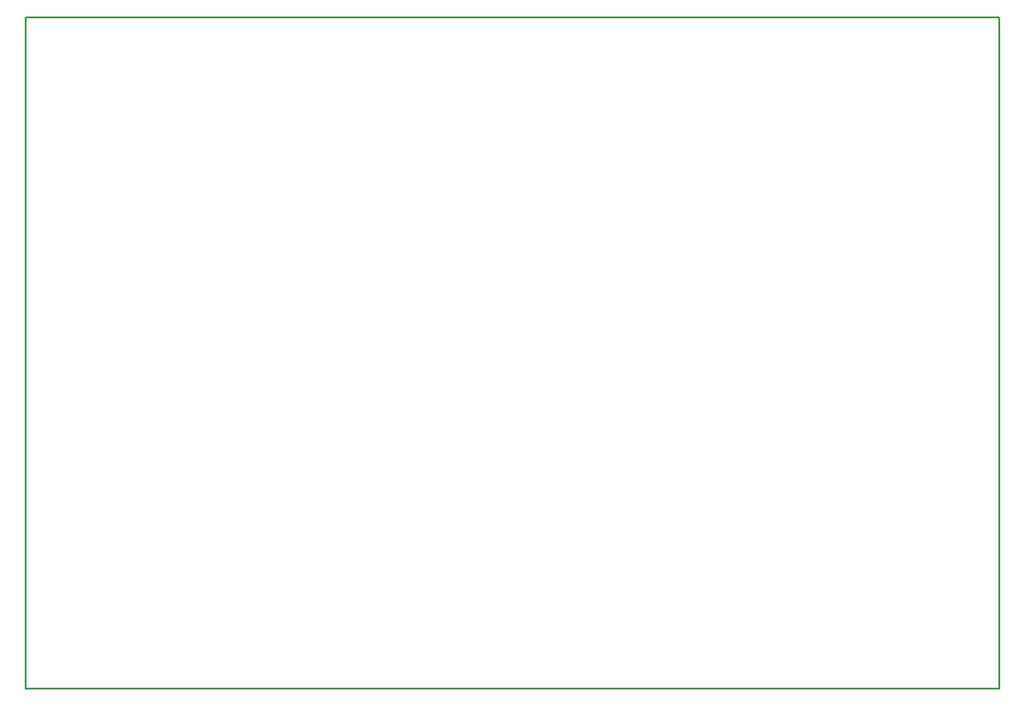
<source format=gbr>
G04 #@! TF.GenerationSoftware,KiCad,Pcbnew,(2017-07-10 revision 2a301d5)-master*
G04 #@! TF.CreationDate,2017-07-19T04:45:36+02:00*
G04 #@! TF.ProjectId,pcb_esp,7063625F6573702E6B696361645F7063,rev?*
G04 #@! TF.SameCoordinates,Original
G04 #@! TF.FileFunction,Profile,NP*
%FSLAX46Y46*%
G04 Gerber Fmt 4.6, Leading zero omitted, Abs format (unit mm)*
G04 Created by KiCad (PCBNEW (2017-07-10 revision 2a301d5)-master) date Wed Jul 19 04:45:36 2017*
%MOMM*%
%LPD*%
G01*
G04 APERTURE LIST*
%ADD10C,0.150000*%
G04 APERTURE END LIST*
D10*
X139000000Y-49000000D02*
X49000000Y-49000000D01*
X139000000Y-111000000D02*
X139000000Y-49000000D01*
X49000000Y-111000000D02*
X139000000Y-111000000D01*
X49000000Y-49000000D02*
X49000000Y-111000000D01*
M02*

</source>
